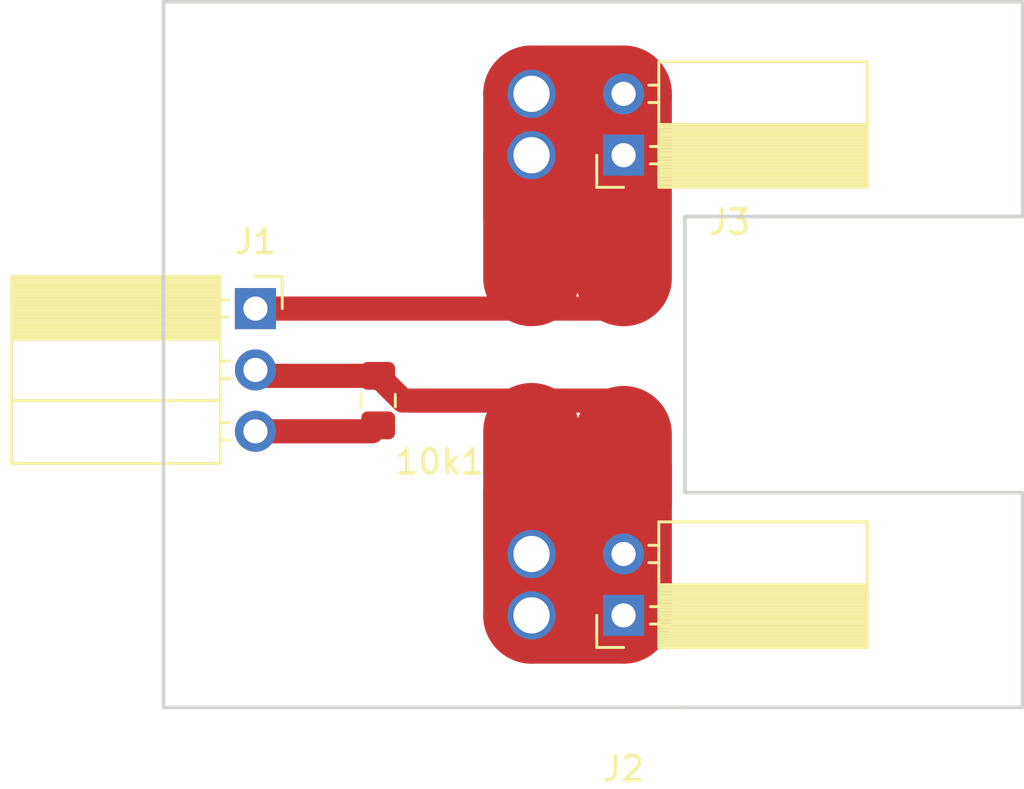
<source format=kicad_pcb>
(kicad_pcb (version 20171130) (host pcbnew "(5.0.1)-rc2")

  (general
    (thickness 1.6)
    (drawings 11)
    (tracks 25)
    (zones 0)
    (modules 4)
    (nets 4)
  )

  (page A4)
  (layers
    (0 F.Cu signal)
    (31 B.Cu signal)
    (32 B.Adhes user)
    (33 F.Adhes user)
    (34 B.Paste user)
    (35 F.Paste user)
    (36 B.SilkS user)
    (37 F.SilkS user)
    (38 B.Mask user)
    (39 F.Mask user)
    (40 Dwgs.User user)
    (41 Cmts.User user)
    (42 Eco1.User user)
    (43 Eco2.User user)
    (44 Edge.Cuts user)
    (45 Margin user)
    (46 B.CrtYd user)
    (47 F.CrtYd user)
    (48 B.Fab user)
    (49 F.Fab user)
  )

  (setup
    (last_trace_width 5)
    (user_trace_width 0.3)
    (user_trace_width 0.6)
    (user_trace_width 1)
    (user_trace_width 2)
    (user_trace_width 5)
    (trace_clearance 0.3)
    (zone_clearance 0.508)
    (zone_45_only no)
    (trace_min 0.2)
    (segment_width 0.2)
    (edge_width 0.15)
    (via_size 0.6)
    (via_drill 0.5)
    (via_min_size 0.4)
    (via_min_drill 0.3)
    (uvia_size 0.3)
    (uvia_drill 0.1)
    (uvias_allowed no)
    (uvia_min_size 0.2)
    (uvia_min_drill 0.1)
    (pcb_text_width 0.3)
    (pcb_text_size 1.5 1.5)
    (mod_edge_width 0.15)
    (mod_text_size 1 1)
    (mod_text_width 0.15)
    (pad_size 1.524 1.524)
    (pad_drill 0.762)
    (pad_to_mask_clearance 0.051)
    (solder_mask_min_width 0.25)
    (aux_axis_origin 0 0)
    (visible_elements 7FFFFFFF)
    (pcbplotparams
      (layerselection 0x01000_ffffffff)
      (usegerberextensions false)
      (usegerberattributes false)
      (usegerberadvancedattributes false)
      (creategerberjobfile false)
      (excludeedgelayer true)
      (linewidth 0.100000)
      (plotframeref false)
      (viasonmask false)
      (mode 1)
      (useauxorigin false)
      (hpglpennumber 1)
      (hpglpenspeed 20)
      (hpglpendiameter 15.000000)
      (psnegative false)
      (psa4output false)
      (plotreference true)
      (plotvalue true)
      (plotinvisibletext false)
      (padsonsilk false)
      (subtractmaskfromsilk false)
      (outputformat 1)
      (mirror false)
      (drillshape 0)
      (scaleselection 1)
      (outputdirectory ""))
  )

  (net 0 "")
  (net 1 "Net-(10k1-Pad1)")
  (net 2 "Net-(10k1-Pad2)")
  (net 3 "Net-(J1-Pad1)")

  (net_class Default "This is the default net class."
    (clearance 0.3)
    (trace_width 0.3)
    (via_dia 0.6)
    (via_drill 0.5)
    (uvia_dia 0.3)
    (uvia_drill 0.1)
    (add_net "Net-(10k1-Pad1)")
    (add_net "Net-(10k1-Pad2)")
    (add_net "Net-(J1-Pad1)")
  )

  (module Resistor_SMD:R_0805_2012Metric_Pad1.15x1.40mm_HandSolder (layer F.Cu) (tedit 5BC59DFE) (tstamp 5BD21B56)
    (at 149.86 74.93 270)
    (descr "Resistor SMD 0805 (2012 Metric), square (rectangular) end terminal, IPC_7351 nominal with elongated pad for handsoldering. (Body size source: https://docs.google.com/spreadsheets/d/1BsfQQcO9C6DZCsRaXUlFlo91Tg2WpOkGARC1WS5S8t0/edit?usp=sharing), generated with kicad-footprint-generator")
    (tags "resistor handsolder")
    (path /5BC63FCD)
    (attr smd)
    (fp_text reference 10k1 (at 2.54 -2.54) (layer F.SilkS)
      (effects (font (size 1 1) (thickness 0.15)))
    )
    (fp_text value R_Small (at 5.08 0) (layer F.Fab)
      (effects (font (size 1 1) (thickness 0.15)))
    )
    (fp_line (start -1 0.6) (end -1 -0.6) (layer F.Fab) (width 0.1))
    (fp_line (start -1 -0.6) (end 1 -0.6) (layer F.Fab) (width 0.1))
    (fp_line (start 1 -0.6) (end 1 0.6) (layer F.Fab) (width 0.1))
    (fp_line (start 1 0.6) (end -1 0.6) (layer F.Fab) (width 0.1))
    (fp_line (start -0.261252 -0.71) (end 0.261252 -0.71) (layer F.SilkS) (width 0.12))
    (fp_line (start -0.261252 0.71) (end 0.261252 0.71) (layer F.SilkS) (width 0.12))
    (fp_line (start -1.85 0.95) (end -1.85 -0.95) (layer F.CrtYd) (width 0.05))
    (fp_line (start -1.85 -0.95) (end 1.85 -0.95) (layer F.CrtYd) (width 0.05))
    (fp_line (start 1.85 -0.95) (end 1.85 0.95) (layer F.CrtYd) (width 0.05))
    (fp_line (start 1.85 0.95) (end -1.85 0.95) (layer F.CrtYd) (width 0.05))
    (fp_text user %R (at 3.81 1.27) (layer F.Fab)
      (effects (font (size 0.5 0.5) (thickness 0.08)))
    )
    (pad 1 smd roundrect (at -1.025 0 270) (size 1.15 1.4) (layers F.Cu F.Paste F.Mask) (roundrect_rratio 0.217391)
      (net 1 "Net-(10k1-Pad1)"))
    (pad 2 smd roundrect (at 1.025 0 270) (size 1.15 1.4) (layers F.Cu F.Paste F.Mask) (roundrect_rratio 0.217391)
      (net 2 "Net-(10k1-Pad2)"))
    (model ${KISYS3DMOD}/Resistor_SMD.3dshapes/R_0805_2012Metric.wrl
      (at (xyz 0 0 0))
      (scale (xyz 1 1 1))
      (rotate (xyz 0 0 0))
    )
  )

  (module Connector_PinSocket_2.54mm:PinSocket_1x03_P2.54mm_Horizontal (layer F.Cu) (tedit 5A19A429) (tstamp 5BD21B93)
    (at 144.78 71.12)
    (descr "Through hole angled socket strip, 1x03, 2.54mm pitch, 8.51mm socket length, single row (from Kicad 4.0.7), script generated")
    (tags "Through hole angled socket strip THT 1x03 2.54mm single row")
    (path /5BC63EF6)
    (fp_text reference J1 (at 0 -2.77) (layer F.SilkS)
      (effects (font (size 1 1) (thickness 0.15)))
    )
    (fp_text value Conn_01x03 (at 0 7.85) (layer F.Fab)
      (effects (font (size 1 1) (thickness 0.15)))
    )
    (fp_line (start -10.03 -1.27) (end -2.49 -1.27) (layer F.Fab) (width 0.1))
    (fp_line (start -2.49 -1.27) (end -1.52 -0.3) (layer F.Fab) (width 0.1))
    (fp_line (start -1.52 -0.3) (end -1.52 6.35) (layer F.Fab) (width 0.1))
    (fp_line (start -1.52 6.35) (end -10.03 6.35) (layer F.Fab) (width 0.1))
    (fp_line (start -10.03 6.35) (end -10.03 -1.27) (layer F.Fab) (width 0.1))
    (fp_line (start 0 -0.3) (end -1.52 -0.3) (layer F.Fab) (width 0.1))
    (fp_line (start -1.52 0.3) (end 0 0.3) (layer F.Fab) (width 0.1))
    (fp_line (start 0 0.3) (end 0 -0.3) (layer F.Fab) (width 0.1))
    (fp_line (start 0 2.24) (end -1.52 2.24) (layer F.Fab) (width 0.1))
    (fp_line (start -1.52 2.84) (end 0 2.84) (layer F.Fab) (width 0.1))
    (fp_line (start 0 2.84) (end 0 2.24) (layer F.Fab) (width 0.1))
    (fp_line (start 0 4.78) (end -1.52 4.78) (layer F.Fab) (width 0.1))
    (fp_line (start -1.52 5.38) (end 0 5.38) (layer F.Fab) (width 0.1))
    (fp_line (start 0 5.38) (end 0 4.78) (layer F.Fab) (width 0.1))
    (fp_line (start -10.09 -1.21) (end -1.46 -1.21) (layer F.SilkS) (width 0.12))
    (fp_line (start -10.09 -1.091905) (end -1.46 -1.091905) (layer F.SilkS) (width 0.12))
    (fp_line (start -10.09 -0.97381) (end -1.46 -0.97381) (layer F.SilkS) (width 0.12))
    (fp_line (start -10.09 -0.855715) (end -1.46 -0.855715) (layer F.SilkS) (width 0.12))
    (fp_line (start -10.09 -0.73762) (end -1.46 -0.73762) (layer F.SilkS) (width 0.12))
    (fp_line (start -10.09 -0.619525) (end -1.46 -0.619525) (layer F.SilkS) (width 0.12))
    (fp_line (start -10.09 -0.50143) (end -1.46 -0.50143) (layer F.SilkS) (width 0.12))
    (fp_line (start -10.09 -0.383335) (end -1.46 -0.383335) (layer F.SilkS) (width 0.12))
    (fp_line (start -10.09 -0.26524) (end -1.46 -0.26524) (layer F.SilkS) (width 0.12))
    (fp_line (start -10.09 -0.147145) (end -1.46 -0.147145) (layer F.SilkS) (width 0.12))
    (fp_line (start -10.09 -0.02905) (end -1.46 -0.02905) (layer F.SilkS) (width 0.12))
    (fp_line (start -10.09 0.089045) (end -1.46 0.089045) (layer F.SilkS) (width 0.12))
    (fp_line (start -10.09 0.20714) (end -1.46 0.20714) (layer F.SilkS) (width 0.12))
    (fp_line (start -10.09 0.325235) (end -1.46 0.325235) (layer F.SilkS) (width 0.12))
    (fp_line (start -10.09 0.44333) (end -1.46 0.44333) (layer F.SilkS) (width 0.12))
    (fp_line (start -10.09 0.561425) (end -1.46 0.561425) (layer F.SilkS) (width 0.12))
    (fp_line (start -10.09 0.67952) (end -1.46 0.67952) (layer F.SilkS) (width 0.12))
    (fp_line (start -10.09 0.797615) (end -1.46 0.797615) (layer F.SilkS) (width 0.12))
    (fp_line (start -10.09 0.91571) (end -1.46 0.91571) (layer F.SilkS) (width 0.12))
    (fp_line (start -10.09 1.033805) (end -1.46 1.033805) (layer F.SilkS) (width 0.12))
    (fp_line (start -10.09 1.1519) (end -1.46 1.1519) (layer F.SilkS) (width 0.12))
    (fp_line (start -1.46 -0.36) (end -1.11 -0.36) (layer F.SilkS) (width 0.12))
    (fp_line (start -1.46 0.36) (end -1.11 0.36) (layer F.SilkS) (width 0.12))
    (fp_line (start -1.46 2.18) (end -1.05 2.18) (layer F.SilkS) (width 0.12))
    (fp_line (start -1.46 2.9) (end -1.05 2.9) (layer F.SilkS) (width 0.12))
    (fp_line (start -1.46 4.72) (end -1.05 4.72) (layer F.SilkS) (width 0.12))
    (fp_line (start -1.46 5.44) (end -1.05 5.44) (layer F.SilkS) (width 0.12))
    (fp_line (start -10.09 1.27) (end -1.46 1.27) (layer F.SilkS) (width 0.12))
    (fp_line (start -10.09 3.81) (end -1.46 3.81) (layer F.SilkS) (width 0.12))
    (fp_line (start -10.09 -1.33) (end -1.46 -1.33) (layer F.SilkS) (width 0.12))
    (fp_line (start -1.46 -1.33) (end -1.46 6.41) (layer F.SilkS) (width 0.12))
    (fp_line (start -10.09 6.41) (end -1.46 6.41) (layer F.SilkS) (width 0.12))
    (fp_line (start -10.09 -1.33) (end -10.09 6.41) (layer F.SilkS) (width 0.12))
    (fp_line (start 1.11 -1.33) (end 1.11 0) (layer F.SilkS) (width 0.12))
    (fp_line (start 0 -1.33) (end 1.11 -1.33) (layer F.SilkS) (width 0.12))
    (fp_line (start 1.75 -1.8) (end -10.55 -1.8) (layer F.CrtYd) (width 0.05))
    (fp_line (start -10.55 -1.8) (end -10.55 6.85) (layer F.CrtYd) (width 0.05))
    (fp_line (start -10.55 6.85) (end 1.75 6.85) (layer F.CrtYd) (width 0.05))
    (fp_line (start 1.75 6.85) (end 1.75 -1.8) (layer F.CrtYd) (width 0.05))
    (fp_text user %R (at -5.775 2.54) (layer F.Fab)
      (effects (font (size 1 1) (thickness 0.15)))
    )
    (pad 1 thru_hole rect (at 0 0) (size 1.7 1.7) (drill 1) (layers *.Cu *.Mask)
      (net 3 "Net-(J1-Pad1)"))
    (pad 2 thru_hole oval (at 0 2.54) (size 1.7 1.7) (drill 1) (layers *.Cu *.Mask)
      (net 1 "Net-(10k1-Pad1)"))
    (pad 3 thru_hole oval (at 0 5.08) (size 1.7 1.7) (drill 1) (layers *.Cu *.Mask)
      (net 2 "Net-(10k1-Pad2)"))
    (model ${KISYS3DMOD}/Connector_PinSocket_2.54mm.3dshapes/PinSocket_1x03_P2.54mm_Horizontal.wrl
      (at (xyz 0 0 0))
      (scale (xyz 1 1 1))
      (rotate (xyz 0 0 0))
    )
  )

  (module Connector_PinSocket_2.54mm:PinSocket_1x02_P2.54mm_Horizontal (layer F.Cu) (tedit 5A19A41B) (tstamp 5BD21BC9)
    (at 160.02 83.82 180)
    (descr "Through hole angled socket strip, 1x02, 2.54mm pitch, 8.51mm socket length, single row (from Kicad 4.0.7), script generated")
    (tags "Through hole angled socket strip THT 1x02 2.54mm single row")
    (path /5BC6412A)
    (fp_text reference J2 (at 0 -6.35 180) (layer F.SilkS)
      (effects (font (size 1 1) (thickness 0.15)))
    )
    (fp_text value Conn_01x02 (at -3.81 -3.81 180) (layer F.Fab)
      (effects (font (size 1 1) (thickness 0.15)))
    )
    (fp_line (start -10.03 -1.27) (end -2.49 -1.27) (layer F.Fab) (width 0.1))
    (fp_line (start -2.49 -1.27) (end -1.52 -0.3) (layer F.Fab) (width 0.1))
    (fp_line (start -1.52 -0.3) (end -1.52 3.81) (layer F.Fab) (width 0.1))
    (fp_line (start -1.52 3.81) (end -10.03 3.81) (layer F.Fab) (width 0.1))
    (fp_line (start -10.03 3.81) (end -10.03 -1.27) (layer F.Fab) (width 0.1))
    (fp_line (start 0 -0.3) (end -1.52 -0.3) (layer F.Fab) (width 0.1))
    (fp_line (start -1.52 0.3) (end 0 0.3) (layer F.Fab) (width 0.1))
    (fp_line (start 0 0.3) (end 0 -0.3) (layer F.Fab) (width 0.1))
    (fp_line (start 0 2.24) (end -1.52 2.24) (layer F.Fab) (width 0.1))
    (fp_line (start -1.52 2.84) (end 0 2.84) (layer F.Fab) (width 0.1))
    (fp_line (start 0 2.84) (end 0 2.24) (layer F.Fab) (width 0.1))
    (fp_line (start -10.09 -1.21) (end -1.46 -1.21) (layer F.SilkS) (width 0.12))
    (fp_line (start -10.09 -1.091905) (end -1.46 -1.091905) (layer F.SilkS) (width 0.12))
    (fp_line (start -10.09 -0.97381) (end -1.46 -0.97381) (layer F.SilkS) (width 0.12))
    (fp_line (start -10.09 -0.855715) (end -1.46 -0.855715) (layer F.SilkS) (width 0.12))
    (fp_line (start -10.09 -0.73762) (end -1.46 -0.73762) (layer F.SilkS) (width 0.12))
    (fp_line (start -10.09 -0.619525) (end -1.46 -0.619525) (layer F.SilkS) (width 0.12))
    (fp_line (start -10.09 -0.50143) (end -1.46 -0.50143) (layer F.SilkS) (width 0.12))
    (fp_line (start -10.09 -0.383335) (end -1.46 -0.383335) (layer F.SilkS) (width 0.12))
    (fp_line (start -10.09 -0.26524) (end -1.46 -0.26524) (layer F.SilkS) (width 0.12))
    (fp_line (start -10.09 -0.147145) (end -1.46 -0.147145) (layer F.SilkS) (width 0.12))
    (fp_line (start -10.09 -0.02905) (end -1.46 -0.02905) (layer F.SilkS) (width 0.12))
    (fp_line (start -10.09 0.089045) (end -1.46 0.089045) (layer F.SilkS) (width 0.12))
    (fp_line (start -10.09 0.20714) (end -1.46 0.20714) (layer F.SilkS) (width 0.12))
    (fp_line (start -10.09 0.325235) (end -1.46 0.325235) (layer F.SilkS) (width 0.12))
    (fp_line (start -10.09 0.44333) (end -1.46 0.44333) (layer F.SilkS) (width 0.12))
    (fp_line (start -10.09 0.561425) (end -1.46 0.561425) (layer F.SilkS) (width 0.12))
    (fp_line (start -10.09 0.67952) (end -1.46 0.67952) (layer F.SilkS) (width 0.12))
    (fp_line (start -10.09 0.797615) (end -1.46 0.797615) (layer F.SilkS) (width 0.12))
    (fp_line (start -10.09 0.91571) (end -1.46 0.91571) (layer F.SilkS) (width 0.12))
    (fp_line (start -10.09 1.033805) (end -1.46 1.033805) (layer F.SilkS) (width 0.12))
    (fp_line (start -10.09 1.1519) (end -1.46 1.1519) (layer F.SilkS) (width 0.12))
    (fp_line (start -1.46 -0.36) (end -1.11 -0.36) (layer F.SilkS) (width 0.12))
    (fp_line (start -1.46 0.36) (end -1.11 0.36) (layer F.SilkS) (width 0.12))
    (fp_line (start -1.46 2.18) (end -1.05 2.18) (layer F.SilkS) (width 0.12))
    (fp_line (start -1.46 2.9) (end -1.05 2.9) (layer F.SilkS) (width 0.12))
    (fp_line (start -10.09 1.27) (end -1.46 1.27) (layer F.SilkS) (width 0.12))
    (fp_line (start -10.09 -1.33) (end -1.46 -1.33) (layer F.SilkS) (width 0.12))
    (fp_line (start -1.46 -1.33) (end -1.46 3.87) (layer F.SilkS) (width 0.12))
    (fp_line (start -10.09 3.87) (end -1.46 3.87) (layer F.SilkS) (width 0.12))
    (fp_line (start -10.09 -1.33) (end -10.09 3.87) (layer F.SilkS) (width 0.12))
    (fp_line (start 1.11 -1.33) (end 1.11 0) (layer F.SilkS) (width 0.12))
    (fp_line (start 0 -1.33) (end 1.11 -1.33) (layer F.SilkS) (width 0.12))
    (fp_line (start 1.75 -1.75) (end -10.55 -1.75) (layer F.CrtYd) (width 0.05))
    (fp_line (start -10.55 -1.75) (end -10.55 4.35) (layer F.CrtYd) (width 0.05))
    (fp_line (start -10.55 4.35) (end 1.75 4.35) (layer F.CrtYd) (width 0.05))
    (fp_line (start 1.75 4.35) (end 1.75 -1.75) (layer F.CrtYd) (width 0.05))
    (fp_text user %R (at -8.89 -3.81 180) (layer F.Fab)
      (effects (font (size 1 1) (thickness 0.15)))
    )
    (pad 1 thru_hole rect (at 0 0 180) (size 1.7 1.7) (drill 1) (layers *.Cu *.Mask)
      (net 1 "Net-(10k1-Pad1)"))
    (pad 2 thru_hole oval (at 0 2.54 180) (size 1.7 1.7) (drill 1) (layers *.Cu *.Mask)
      (net 1 "Net-(10k1-Pad1)"))
    (model ${KISYS3DMOD}/Connector_PinSocket_2.54mm.3dshapes/PinSocket_1x02_P2.54mm_Horizontal.wrl
      (at (xyz 0 0 0))
      (scale (xyz 1 1 1))
      (rotate (xyz 0 0 0))
    )
  )

  (module Connector_PinSocket_2.54mm:PinSocket_1x02_P2.54mm_Horizontal (layer F.Cu) (tedit 5A19A41B) (tstamp 5BC5AB93)
    (at 160.02 64.77 180)
    (descr "Through hole angled socket strip, 1x02, 2.54mm pitch, 8.51mm socket length, single row (from Kicad 4.0.7), script generated")
    (tags "Through hole angled socket strip THT 1x02 2.54mm single row")
    (path /5BC64488)
    (fp_text reference J3 (at -4.38 -2.77 180) (layer F.SilkS)
      (effects (font (size 1 1) (thickness 0.15)))
    )
    (fp_text value Conn_01x02 (at -4.38 5.31 180) (layer F.Fab)
      (effects (font (size 1 1) (thickness 0.15)))
    )
    (fp_line (start -10.03 -1.27) (end -2.49 -1.27) (layer F.Fab) (width 0.1))
    (fp_line (start -2.49 -1.27) (end -1.52 -0.3) (layer F.Fab) (width 0.1))
    (fp_line (start -1.52 -0.3) (end -1.52 3.81) (layer F.Fab) (width 0.1))
    (fp_line (start -1.52 3.81) (end -10.03 3.81) (layer F.Fab) (width 0.1))
    (fp_line (start -10.03 3.81) (end -10.03 -1.27) (layer F.Fab) (width 0.1))
    (fp_line (start 0 -0.3) (end -1.52 -0.3) (layer F.Fab) (width 0.1))
    (fp_line (start -1.52 0.3) (end 0 0.3) (layer F.Fab) (width 0.1))
    (fp_line (start 0 0.3) (end 0 -0.3) (layer F.Fab) (width 0.1))
    (fp_line (start 0 2.24) (end -1.52 2.24) (layer F.Fab) (width 0.1))
    (fp_line (start -1.52 2.84) (end 0 2.84) (layer F.Fab) (width 0.1))
    (fp_line (start 0 2.84) (end 0 2.24) (layer F.Fab) (width 0.1))
    (fp_line (start -10.09 -1.21) (end -1.46 -1.21) (layer F.SilkS) (width 0.12))
    (fp_line (start -10.09 -1.091905) (end -1.46 -1.091905) (layer F.SilkS) (width 0.12))
    (fp_line (start -10.09 -0.97381) (end -1.46 -0.97381) (layer F.SilkS) (width 0.12))
    (fp_line (start -10.09 -0.855715) (end -1.46 -0.855715) (layer F.SilkS) (width 0.12))
    (fp_line (start -10.09 -0.73762) (end -1.46 -0.73762) (layer F.SilkS) (width 0.12))
    (fp_line (start -10.09 -0.619525) (end -1.46 -0.619525) (layer F.SilkS) (width 0.12))
    (fp_line (start -10.09 -0.50143) (end -1.46 -0.50143) (layer F.SilkS) (width 0.12))
    (fp_line (start -10.09 -0.383335) (end -1.46 -0.383335) (layer F.SilkS) (width 0.12))
    (fp_line (start -10.09 -0.26524) (end -1.46 -0.26524) (layer F.SilkS) (width 0.12))
    (fp_line (start -10.09 -0.147145) (end -1.46 -0.147145) (layer F.SilkS) (width 0.12))
    (fp_line (start -10.09 -0.02905) (end -1.46 -0.02905) (layer F.SilkS) (width 0.12))
    (fp_line (start -10.09 0.089045) (end -1.46 0.089045) (layer F.SilkS) (width 0.12))
    (fp_line (start -10.09 0.20714) (end -1.46 0.20714) (layer F.SilkS) (width 0.12))
    (fp_line (start -10.09 0.325235) (end -1.46 0.325235) (layer F.SilkS) (width 0.12))
    (fp_line (start -10.09 0.44333) (end -1.46 0.44333) (layer F.SilkS) (width 0.12))
    (fp_line (start -10.09 0.561425) (end -1.46 0.561425) (layer F.SilkS) (width 0.12))
    (fp_line (start -10.09 0.67952) (end -1.46 0.67952) (layer F.SilkS) (width 0.12))
    (fp_line (start -10.09 0.797615) (end -1.46 0.797615) (layer F.SilkS) (width 0.12))
    (fp_line (start -10.09 0.91571) (end -1.46 0.91571) (layer F.SilkS) (width 0.12))
    (fp_line (start -10.09 1.033805) (end -1.46 1.033805) (layer F.SilkS) (width 0.12))
    (fp_line (start -10.09 1.1519) (end -1.46 1.1519) (layer F.SilkS) (width 0.12))
    (fp_line (start -1.46 -0.36) (end -1.11 -0.36) (layer F.SilkS) (width 0.12))
    (fp_line (start -1.46 0.36) (end -1.11 0.36) (layer F.SilkS) (width 0.12))
    (fp_line (start -1.46 2.18) (end -1.05 2.18) (layer F.SilkS) (width 0.12))
    (fp_line (start -1.46 2.9) (end -1.05 2.9) (layer F.SilkS) (width 0.12))
    (fp_line (start -10.09 1.27) (end -1.46 1.27) (layer F.SilkS) (width 0.12))
    (fp_line (start -10.09 -1.33) (end -1.46 -1.33) (layer F.SilkS) (width 0.12))
    (fp_line (start -1.46 -1.33) (end -1.46 3.87) (layer F.SilkS) (width 0.12))
    (fp_line (start -10.09 3.87) (end -1.46 3.87) (layer F.SilkS) (width 0.12))
    (fp_line (start -10.09 -1.33) (end -10.09 3.87) (layer F.SilkS) (width 0.12))
    (fp_line (start 1.11 -1.33) (end 1.11 0) (layer F.SilkS) (width 0.12))
    (fp_line (start 0 -1.33) (end 1.11 -1.33) (layer F.SilkS) (width 0.12))
    (fp_line (start 1.75 -1.75) (end -10.55 -1.75) (layer F.CrtYd) (width 0.05))
    (fp_line (start -10.55 -1.75) (end -10.55 4.35) (layer F.CrtYd) (width 0.05))
    (fp_line (start -10.55 4.35) (end 1.75 4.35) (layer F.CrtYd) (width 0.05))
    (fp_line (start 1.75 4.35) (end 1.75 -1.75) (layer F.CrtYd) (width 0.05))
    (fp_text user %R (at -5.775 1.27 180) (layer F.Fab)
      (effects (font (size 1 1) (thickness 0.15)))
    )
    (pad 1 thru_hole rect (at 0 0 180) (size 1.7 1.7) (drill 1) (layers *.Cu *.Mask)
      (net 3 "Net-(J1-Pad1)"))
    (pad 2 thru_hole oval (at 0 2.54 180) (size 1.7 1.7) (drill 1) (layers *.Cu *.Mask)
      (net 3 "Net-(J1-Pad1)"))
    (model ${KISYS3DMOD}/Connector_PinSocket_2.54mm.3dshapes/PinSocket_1x02_P2.54mm_Horizontal.wrl
      (at (xyz 0 0 0))
      (scale (xyz 1 1 1))
      (rotate (xyz 0 0 0))
    )
  )

  (gr_line (start 176.53 78.74) (end 176.53 87.63) (layer Edge.Cuts) (width 0.15))
  (gr_line (start 176.53 67.31) (end 176.53 58.42) (layer Edge.Cuts) (width 0.15))
  (gr_line (start 162.56 87.63) (end 140.97 87.63) (layer Edge.Cuts) (width 0.15))
  (gr_line (start 140.97 69.85) (end 140.97 87.63) (layer Edge.Cuts) (width 0.15))
  (gr_line (start 162.425668 87.63) (end 176.53 87.63) (layer Edge.Cuts) (width 0.15) (tstamp 5BD222F8))
  (gr_line (start 176.53 78.74) (end 162.56 78.74) (layer Edge.Cuts) (width 0.15) (tstamp 5BD222BE))
  (gr_line (start 162.56 67.31) (end 162.56 78.74) (layer Edge.Cuts) (width 0.15))
  (gr_line (start 176.53 67.31) (end 162.56 67.31) (layer Edge.Cuts) (width 0.15))
  (gr_line (start 162.56 58.42) (end 176.53 58.42) (layer Edge.Cuts) (width 0.15))
  (gr_line (start 140.97 58.42) (end 162.56 58.42) (layer Edge.Cuts) (width 0.15))
  (gr_line (start 140.97 71.12) (end 140.97 58.42) (layer Edge.Cuts) (width 0.15))

  (via (at 156.21 83.82) (size 2) (drill 1.5) (layers F.Cu B.Cu) (net 1) (tstamp 5BC70B1D))
  (via (at 156.21 64.77) (size 2) (drill 1.5) (layers F.Cu B.Cu) (net 3) (tstamp 5BC70B24))
  (via (at 156.21 62.23) (size 2) (drill 1.5) (layers F.Cu B.Cu) (net 3) (tstamp 5BC70B25))
  (segment (start 156.21 69.85) (end 156.21 64.77) (width 4) (layer F.Cu) (net 3) (tstamp 5BC70B2C))
  (segment (start 156.21 83.82) (end 156.21 78.74) (width 4) (layer F.Cu) (net 1) (tstamp 5BC70B2C))
  (segment (start 156.21 81.28) (end 156.21 76.2) (width 4) (layer F.Cu) (net 1) (tstamp 5BC70B2C))
  (via (at 156.21 81.28) (size 2) (drill 1.5) (layers F.Cu B.Cu) (net 1))
  (segment (start 150.885 74.93) (end 149.86 73.905) (width 1) (layer F.Cu) (net 1))
  (segment (start 160.265 74.93) (end 151.13 74.93) (width 1) (layer F.Cu) (net 1))
  (segment (start 145.025 73.905) (end 144.78 73.66) (width 0.3) (layer F.Cu) (net 1))
  (segment (start 149.86 73.905) (end 145.025 73.905) (width 1) (layer F.Cu) (net 1))
  (segment (start 160.02 75.175) (end 160.265 74.93) (width 0.3) (layer F.Cu) (net 1))
  (segment (start 160.02 77.715) (end 160.02 83.82) (width 4) (layer F.Cu) (net 1))
  (segment (start 160.02 76.3225) (end 160.02 79.1075) (width 4) (layer F.Cu) (net 1))
  (segment (start 160.02 81.28) (end 158.66001 81.28) (width 0.3) (layer F.Cu) (net 1))
  (segment (start 156.21 81.28) (end 160.02 81.28) (width 0.3) (layer F.Cu) (net 1))
  (segment (start 156.21 83.82) (end 160.02 83.82) (width 4) (layer F.Cu) (net 1))
  (segment (start 149.615 76.2) (end 149.86 75.955) (width 0.3) (layer F.Cu) (net 2))
  (segment (start 144.78 76.2) (end 149.615 76.2) (width 1) (layer F.Cu) (net 2))
  (segment (start 160.02 71.12) (end 144.78 71.12) (width 1) (layer F.Cu) (net 3))
  (segment (start 160.02 66.04) (end 160.02 64.77) (width 0.3) (layer F.Cu) (net 3))
  (segment (start 160.02 69.85) (end 160.02 64.77) (width 4) (layer F.Cu) (net 3))
  (segment (start 160.02 64.77) (end 160.02 62.23) (width 4) (layer F.Cu) (net 3))
  (segment (start 156.21 67.31) (end 156.21 62.23) (width 4) (layer F.Cu) (net 3) (tstamp 5BC70B2C))
  (segment (start 156.21 62.23) (end 160.02 62.23) (width 4) (layer F.Cu) (net 3))

)

</source>
